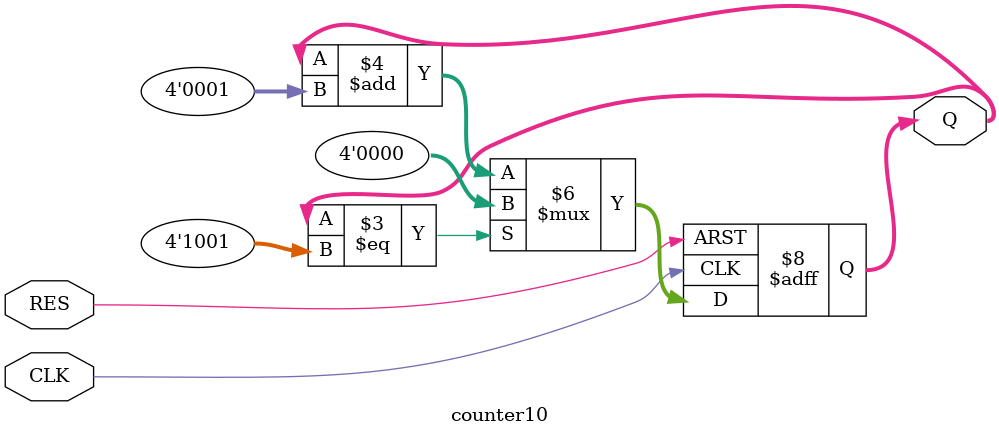
<source format=v>
module counter10(CLK, RES, Q);

input CLK, RES;
output [3:0]Q;

wire CLK, RES;
reg [3:0]Q;

always @(posedge CLK or negedge RES) 
   if(RES ==1'b0)
       Q = 4'd0;
   else if(Q == 4'd9)
       Q = 4'd0;
   else
       Q = Q + 4'd1;

endmodule
</source>
